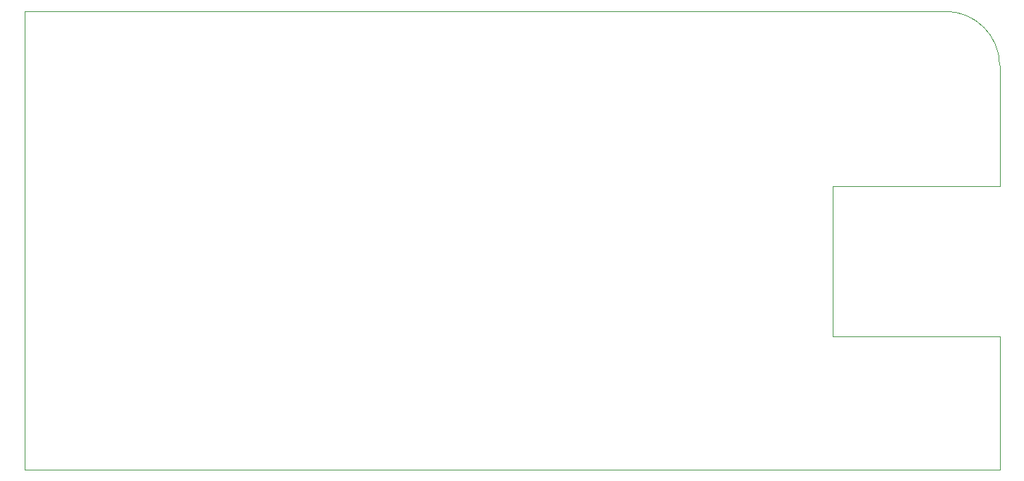
<source format=gbr>
G04 (created by PCBNEW (2013-mar-25)-stable) date Thursday, May 05, 2016 07:05:57 AM*
%MOIN*%
G04 Gerber Fmt 3.4, Leading zero omitted, Abs format*
%FSLAX34Y34*%
G01*
G70*
G90*
G04 APERTURE LIST*
%ADD10C,0.006*%
%ADD11C,0.000393701*%
G04 APERTURE END LIST*
G54D10*
G54D11*
X29921Y-28543D02*
X29921Y-50196D01*
X29921Y-50196D02*
X75984Y-50196D01*
X75984Y-50196D02*
X75984Y-43897D01*
X75984Y-43897D02*
X68110Y-43897D01*
X68110Y-36811D02*
X68110Y-43897D01*
X75984Y-36811D02*
X75984Y-31102D01*
X75984Y-36811D02*
X68110Y-36811D01*
X29921Y-28543D02*
X73425Y-28543D01*
X75984Y-31102D02*
G75*
G03X73425Y-28543I-2559J0D01*
G74*
G01*
M02*

</source>
